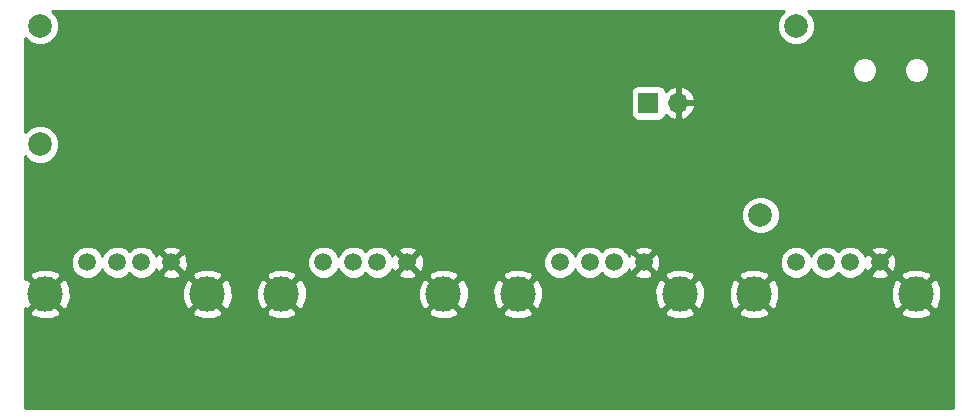
<source format=gbr>
G04 #@! TF.GenerationSoftware,KiCad,Pcbnew,(5.0.1-3-g963ef8bb5)*
G04 #@! TF.CreationDate,2018-11-25T15:23:06-05:00*
G04 #@! TF.ProjectId,usb-hub,7573622D6875622E6B696361645F7063,rev?*
G04 #@! TF.SameCoordinates,Original*
G04 #@! TF.FileFunction,Copper,L2,Bot,Signal*
G04 #@! TF.FilePolarity,Positive*
%FSLAX46Y46*%
G04 Gerber Fmt 4.6, Leading zero omitted, Abs format (unit mm)*
G04 Created by KiCad (PCBNEW (5.0.1-3-g963ef8bb5)) date Sunday, November 25, 2018 at 03:23:06 PM*
%MOMM*%
%LPD*%
G01*
G04 APERTURE LIST*
G04 #@! TA.AperFunction,ComponentPad*
%ADD10C,2.000000*%
G04 #@! TD*
G04 #@! TA.AperFunction,ComponentPad*
%ADD11O,1.700000X1.700000*%
G04 #@! TD*
G04 #@! TA.AperFunction,ComponentPad*
%ADD12R,1.700000X1.700000*%
G04 #@! TD*
G04 #@! TA.AperFunction,ComponentPad*
%ADD13C,3.000000*%
G04 #@! TD*
G04 #@! TA.AperFunction,ComponentPad*
%ADD14C,1.500000*%
G04 #@! TD*
G04 #@! TA.AperFunction,ViaPad*
%ADD15C,0.800000*%
G04 #@! TD*
G04 #@! TA.AperFunction,Conductor*
%ADD16C,0.254000*%
G04 #@! TD*
G04 APERTURE END LIST*
D10*
G04 #@! TO.P,REF\002A\002A,1*
G04 #@! TO.N,N/C*
X86000000Y-17000000D03*
G04 #@! TD*
G04 #@! TO.P,REF\002A\002A,1*
G04 #@! TO.N,N/C*
X83000000Y-33000000D03*
G04 #@! TD*
G04 #@! TO.P,REF\002A\002A,1*
G04 #@! TO.N,N/C*
X22000000Y-27000000D03*
G04 #@! TD*
D11*
G04 #@! TO.P,J2,2*
G04 #@! TO.N,GND*
X76040000Y-23500000D03*
D12*
G04 #@! TO.P,J2,1*
G04 #@! TO.N,+5V*
X73500000Y-23500000D03*
G04 #@! TD*
D13*
G04 #@! TO.P,J3,5*
G04 #@! TO.N,GND*
X82440000Y-39670000D03*
X96160000Y-39670000D03*
D14*
G04 #@! TO.P,J3,1*
G04 #@! TO.N,+5V*
X86000000Y-37000000D03*
G04 #@! TO.P,J3,2*
G04 #@! TO.N,D1_N*
X88540000Y-37000000D03*
G04 #@! TO.P,J3,3*
G04 #@! TO.N,D1_P*
X90570000Y-37000000D03*
G04 #@! TO.P,J3,4*
G04 #@! TO.N,GND*
X93110000Y-37000000D03*
G04 #@! TD*
G04 #@! TO.P,J4,4*
G04 #@! TO.N,GND*
X73110000Y-37000000D03*
G04 #@! TO.P,J4,3*
G04 #@! TO.N,D2_P*
X70570000Y-37000000D03*
G04 #@! TO.P,J4,2*
G04 #@! TO.N,D2_N*
X68540000Y-37000000D03*
G04 #@! TO.P,J4,1*
G04 #@! TO.N,+5V*
X66000000Y-37000000D03*
D13*
G04 #@! TO.P,J4,5*
G04 #@! TO.N,GND*
X76160000Y-39670000D03*
X62440000Y-39670000D03*
G04 #@! TD*
D14*
G04 #@! TO.P,J5,4*
G04 #@! TO.N,GND*
X53110000Y-37000000D03*
G04 #@! TO.P,J5,3*
G04 #@! TO.N,D3_P*
X50570000Y-37000000D03*
G04 #@! TO.P,J5,2*
G04 #@! TO.N,D3_N*
X48540000Y-37000000D03*
G04 #@! TO.P,J5,1*
G04 #@! TO.N,+5V*
X46000000Y-37000000D03*
D13*
G04 #@! TO.P,J5,5*
G04 #@! TO.N,GND*
X56160000Y-39670000D03*
X42440000Y-39670000D03*
G04 #@! TD*
G04 #@! TO.P,J6,5*
G04 #@! TO.N,GND*
X22440000Y-39670000D03*
X36160000Y-39670000D03*
D14*
G04 #@! TO.P,J6,1*
G04 #@! TO.N,+5V*
X26000000Y-37000000D03*
G04 #@! TO.P,J6,2*
G04 #@! TO.N,D4_N*
X28540000Y-37000000D03*
G04 #@! TO.P,J6,3*
G04 #@! TO.N,D4_P*
X30570000Y-37000000D03*
G04 #@! TO.P,J6,4*
G04 #@! TO.N,GND*
X33110000Y-37000000D03*
G04 #@! TD*
D10*
G04 #@! TO.P,REF\002A\002A,1*
G04 #@! TO.N,N/C*
X22000000Y-17000000D03*
G04 #@! TD*
D15*
G04 #@! TO.N,GND*
X39500000Y-33000000D03*
X79500000Y-32000000D03*
X98000000Y-30000000D03*
X87000000Y-21500000D03*
X64000000Y-17000000D03*
G04 #@! TD*
D16*
G04 #@! TO.N,GND*
G36*
X84613914Y-16073847D02*
X84365000Y-16674778D01*
X84365000Y-17325222D01*
X84613914Y-17926153D01*
X85073847Y-18386086D01*
X85674778Y-18635000D01*
X86325222Y-18635000D01*
X86926153Y-18386086D01*
X87386086Y-17926153D01*
X87635000Y-17325222D01*
X87635000Y-16674778D01*
X87386086Y-16073847D01*
X87022239Y-15710000D01*
X99290000Y-15710000D01*
X99290001Y-49290000D01*
X20710000Y-49290000D01*
X20710000Y-41183970D01*
X21105635Y-41183970D01*
X21265418Y-41502739D01*
X22056187Y-41812723D01*
X22905387Y-41796497D01*
X23614582Y-41502739D01*
X23774365Y-41183970D01*
X34825635Y-41183970D01*
X34985418Y-41502739D01*
X35776187Y-41812723D01*
X36625387Y-41796497D01*
X37334582Y-41502739D01*
X37494365Y-41183970D01*
X41105635Y-41183970D01*
X41265418Y-41502739D01*
X42056187Y-41812723D01*
X42905387Y-41796497D01*
X43614582Y-41502739D01*
X43774365Y-41183970D01*
X54825635Y-41183970D01*
X54985418Y-41502739D01*
X55776187Y-41812723D01*
X56625387Y-41796497D01*
X57334582Y-41502739D01*
X57494365Y-41183970D01*
X61105635Y-41183970D01*
X61265418Y-41502739D01*
X62056187Y-41812723D01*
X62905387Y-41796497D01*
X63614582Y-41502739D01*
X63774365Y-41183970D01*
X74825635Y-41183970D01*
X74985418Y-41502739D01*
X75776187Y-41812723D01*
X76625387Y-41796497D01*
X77334582Y-41502739D01*
X77494365Y-41183970D01*
X81105635Y-41183970D01*
X81265418Y-41502739D01*
X82056187Y-41812723D01*
X82905387Y-41796497D01*
X83614582Y-41502739D01*
X83774365Y-41183970D01*
X94825635Y-41183970D01*
X94985418Y-41502739D01*
X95776187Y-41812723D01*
X96625387Y-41796497D01*
X97334582Y-41502739D01*
X97494365Y-41183970D01*
X96160000Y-39849605D01*
X94825635Y-41183970D01*
X83774365Y-41183970D01*
X82440000Y-39849605D01*
X81105635Y-41183970D01*
X77494365Y-41183970D01*
X76160000Y-39849605D01*
X74825635Y-41183970D01*
X63774365Y-41183970D01*
X62440000Y-39849605D01*
X61105635Y-41183970D01*
X57494365Y-41183970D01*
X56160000Y-39849605D01*
X54825635Y-41183970D01*
X43774365Y-41183970D01*
X42440000Y-39849605D01*
X41105635Y-41183970D01*
X37494365Y-41183970D01*
X36160000Y-39849605D01*
X34825635Y-41183970D01*
X23774365Y-41183970D01*
X22440000Y-39849605D01*
X21105635Y-41183970D01*
X20710000Y-41183970D01*
X20710000Y-40896080D01*
X20926030Y-41004365D01*
X22260395Y-39670000D01*
X22619605Y-39670000D01*
X23953970Y-41004365D01*
X24272739Y-40844582D01*
X24582723Y-40053813D01*
X24568056Y-39286187D01*
X34017277Y-39286187D01*
X34033503Y-40135387D01*
X34327261Y-40844582D01*
X34646030Y-41004365D01*
X35980395Y-39670000D01*
X36339605Y-39670000D01*
X37673970Y-41004365D01*
X37992739Y-40844582D01*
X38302723Y-40053813D01*
X38288056Y-39286187D01*
X40297277Y-39286187D01*
X40313503Y-40135387D01*
X40607261Y-40844582D01*
X40926030Y-41004365D01*
X42260395Y-39670000D01*
X42619605Y-39670000D01*
X43953970Y-41004365D01*
X44272739Y-40844582D01*
X44582723Y-40053813D01*
X44568056Y-39286187D01*
X54017277Y-39286187D01*
X54033503Y-40135387D01*
X54327261Y-40844582D01*
X54646030Y-41004365D01*
X55980395Y-39670000D01*
X56339605Y-39670000D01*
X57673970Y-41004365D01*
X57992739Y-40844582D01*
X58302723Y-40053813D01*
X58288056Y-39286187D01*
X60297277Y-39286187D01*
X60313503Y-40135387D01*
X60607261Y-40844582D01*
X60926030Y-41004365D01*
X62260395Y-39670000D01*
X62619605Y-39670000D01*
X63953970Y-41004365D01*
X64272739Y-40844582D01*
X64582723Y-40053813D01*
X64568056Y-39286187D01*
X74017277Y-39286187D01*
X74033503Y-40135387D01*
X74327261Y-40844582D01*
X74646030Y-41004365D01*
X75980395Y-39670000D01*
X76339605Y-39670000D01*
X77673970Y-41004365D01*
X77992739Y-40844582D01*
X78302723Y-40053813D01*
X78288056Y-39286187D01*
X80297277Y-39286187D01*
X80313503Y-40135387D01*
X80607261Y-40844582D01*
X80926030Y-41004365D01*
X82260395Y-39670000D01*
X82619605Y-39670000D01*
X83953970Y-41004365D01*
X84272739Y-40844582D01*
X84582723Y-40053813D01*
X84568056Y-39286187D01*
X94017277Y-39286187D01*
X94033503Y-40135387D01*
X94327261Y-40844582D01*
X94646030Y-41004365D01*
X95980395Y-39670000D01*
X96339605Y-39670000D01*
X97673970Y-41004365D01*
X97992739Y-40844582D01*
X98302723Y-40053813D01*
X98286497Y-39204613D01*
X97992739Y-38495418D01*
X97673970Y-38335635D01*
X96339605Y-39670000D01*
X95980395Y-39670000D01*
X94646030Y-38335635D01*
X94327261Y-38495418D01*
X94017277Y-39286187D01*
X84568056Y-39286187D01*
X84566497Y-39204613D01*
X84272739Y-38495418D01*
X83953970Y-38335635D01*
X82619605Y-39670000D01*
X82260395Y-39670000D01*
X80926030Y-38335635D01*
X80607261Y-38495418D01*
X80297277Y-39286187D01*
X78288056Y-39286187D01*
X78286497Y-39204613D01*
X77992739Y-38495418D01*
X77673970Y-38335635D01*
X76339605Y-39670000D01*
X75980395Y-39670000D01*
X74646030Y-38335635D01*
X74327261Y-38495418D01*
X74017277Y-39286187D01*
X64568056Y-39286187D01*
X64566497Y-39204613D01*
X64272739Y-38495418D01*
X63953970Y-38335635D01*
X62619605Y-39670000D01*
X62260395Y-39670000D01*
X60926030Y-38335635D01*
X60607261Y-38495418D01*
X60297277Y-39286187D01*
X58288056Y-39286187D01*
X58286497Y-39204613D01*
X57992739Y-38495418D01*
X57673970Y-38335635D01*
X56339605Y-39670000D01*
X55980395Y-39670000D01*
X54646030Y-38335635D01*
X54327261Y-38495418D01*
X54017277Y-39286187D01*
X44568056Y-39286187D01*
X44566497Y-39204613D01*
X44272739Y-38495418D01*
X43953970Y-38335635D01*
X42619605Y-39670000D01*
X42260395Y-39670000D01*
X40926030Y-38335635D01*
X40607261Y-38495418D01*
X40297277Y-39286187D01*
X38288056Y-39286187D01*
X38286497Y-39204613D01*
X37992739Y-38495418D01*
X37673970Y-38335635D01*
X36339605Y-39670000D01*
X35980395Y-39670000D01*
X34646030Y-38335635D01*
X34327261Y-38495418D01*
X34017277Y-39286187D01*
X24568056Y-39286187D01*
X24566497Y-39204613D01*
X24272739Y-38495418D01*
X23953970Y-38335635D01*
X22619605Y-39670000D01*
X22260395Y-39670000D01*
X20926030Y-38335635D01*
X20710000Y-38443920D01*
X20710000Y-38156030D01*
X21105635Y-38156030D01*
X22440000Y-39490395D01*
X23774365Y-38156030D01*
X23614582Y-37837261D01*
X22823813Y-37527277D01*
X21974613Y-37543503D01*
X21265418Y-37837261D01*
X21105635Y-38156030D01*
X20710000Y-38156030D01*
X20710000Y-36724506D01*
X24615000Y-36724506D01*
X24615000Y-37275494D01*
X24825853Y-37784540D01*
X25215460Y-38174147D01*
X25724506Y-38385000D01*
X26275494Y-38385000D01*
X26784540Y-38174147D01*
X27174147Y-37784540D01*
X27270000Y-37553130D01*
X27365853Y-37784540D01*
X27755460Y-38174147D01*
X28264506Y-38385000D01*
X28815494Y-38385000D01*
X29324540Y-38174147D01*
X29555000Y-37943687D01*
X29785460Y-38174147D01*
X30294506Y-38385000D01*
X30845494Y-38385000D01*
X31354540Y-38174147D01*
X31557170Y-37971517D01*
X32318088Y-37971517D01*
X32386077Y-38212460D01*
X32905171Y-38397201D01*
X33455448Y-38369230D01*
X33833923Y-38212460D01*
X33849846Y-38156030D01*
X34825635Y-38156030D01*
X36160000Y-39490395D01*
X37494365Y-38156030D01*
X41105635Y-38156030D01*
X42440000Y-39490395D01*
X43774365Y-38156030D01*
X43614582Y-37837261D01*
X42823813Y-37527277D01*
X41974613Y-37543503D01*
X41265418Y-37837261D01*
X41105635Y-38156030D01*
X37494365Y-38156030D01*
X37334582Y-37837261D01*
X36543813Y-37527277D01*
X35694613Y-37543503D01*
X34985418Y-37837261D01*
X34825635Y-38156030D01*
X33849846Y-38156030D01*
X33901912Y-37971517D01*
X33110000Y-37179605D01*
X32318088Y-37971517D01*
X31557170Y-37971517D01*
X31744147Y-37784540D01*
X31833397Y-37569070D01*
X31897540Y-37723923D01*
X32138483Y-37791912D01*
X32930395Y-37000000D01*
X33289605Y-37000000D01*
X34081517Y-37791912D01*
X34322460Y-37723923D01*
X34507201Y-37204829D01*
X34482786Y-36724506D01*
X44615000Y-36724506D01*
X44615000Y-37275494D01*
X44825853Y-37784540D01*
X45215460Y-38174147D01*
X45724506Y-38385000D01*
X46275494Y-38385000D01*
X46784540Y-38174147D01*
X47174147Y-37784540D01*
X47270000Y-37553130D01*
X47365853Y-37784540D01*
X47755460Y-38174147D01*
X48264506Y-38385000D01*
X48815494Y-38385000D01*
X49324540Y-38174147D01*
X49555000Y-37943687D01*
X49785460Y-38174147D01*
X50294506Y-38385000D01*
X50845494Y-38385000D01*
X51354540Y-38174147D01*
X51557170Y-37971517D01*
X52318088Y-37971517D01*
X52386077Y-38212460D01*
X52905171Y-38397201D01*
X53455448Y-38369230D01*
X53833923Y-38212460D01*
X53849846Y-38156030D01*
X54825635Y-38156030D01*
X56160000Y-39490395D01*
X57494365Y-38156030D01*
X61105635Y-38156030D01*
X62440000Y-39490395D01*
X63774365Y-38156030D01*
X63614582Y-37837261D01*
X62823813Y-37527277D01*
X61974613Y-37543503D01*
X61265418Y-37837261D01*
X61105635Y-38156030D01*
X57494365Y-38156030D01*
X57334582Y-37837261D01*
X56543813Y-37527277D01*
X55694613Y-37543503D01*
X54985418Y-37837261D01*
X54825635Y-38156030D01*
X53849846Y-38156030D01*
X53901912Y-37971517D01*
X53110000Y-37179605D01*
X52318088Y-37971517D01*
X51557170Y-37971517D01*
X51744147Y-37784540D01*
X51833397Y-37569070D01*
X51897540Y-37723923D01*
X52138483Y-37791912D01*
X52930395Y-37000000D01*
X53289605Y-37000000D01*
X54081517Y-37791912D01*
X54322460Y-37723923D01*
X54507201Y-37204829D01*
X54482786Y-36724506D01*
X64615000Y-36724506D01*
X64615000Y-37275494D01*
X64825853Y-37784540D01*
X65215460Y-38174147D01*
X65724506Y-38385000D01*
X66275494Y-38385000D01*
X66784540Y-38174147D01*
X67174147Y-37784540D01*
X67270000Y-37553130D01*
X67365853Y-37784540D01*
X67755460Y-38174147D01*
X68264506Y-38385000D01*
X68815494Y-38385000D01*
X69324540Y-38174147D01*
X69555000Y-37943687D01*
X69785460Y-38174147D01*
X70294506Y-38385000D01*
X70845494Y-38385000D01*
X71354540Y-38174147D01*
X71557170Y-37971517D01*
X72318088Y-37971517D01*
X72386077Y-38212460D01*
X72905171Y-38397201D01*
X73455448Y-38369230D01*
X73833923Y-38212460D01*
X73849846Y-38156030D01*
X74825635Y-38156030D01*
X76160000Y-39490395D01*
X77494365Y-38156030D01*
X81105635Y-38156030D01*
X82440000Y-39490395D01*
X83774365Y-38156030D01*
X83614582Y-37837261D01*
X82823813Y-37527277D01*
X81974613Y-37543503D01*
X81265418Y-37837261D01*
X81105635Y-38156030D01*
X77494365Y-38156030D01*
X77334582Y-37837261D01*
X76543813Y-37527277D01*
X75694613Y-37543503D01*
X74985418Y-37837261D01*
X74825635Y-38156030D01*
X73849846Y-38156030D01*
X73901912Y-37971517D01*
X73110000Y-37179605D01*
X72318088Y-37971517D01*
X71557170Y-37971517D01*
X71744147Y-37784540D01*
X71833397Y-37569070D01*
X71897540Y-37723923D01*
X72138483Y-37791912D01*
X72930395Y-37000000D01*
X73289605Y-37000000D01*
X74081517Y-37791912D01*
X74322460Y-37723923D01*
X74507201Y-37204829D01*
X74482786Y-36724506D01*
X84615000Y-36724506D01*
X84615000Y-37275494D01*
X84825853Y-37784540D01*
X85215460Y-38174147D01*
X85724506Y-38385000D01*
X86275494Y-38385000D01*
X86784540Y-38174147D01*
X87174147Y-37784540D01*
X87270000Y-37553130D01*
X87365853Y-37784540D01*
X87755460Y-38174147D01*
X88264506Y-38385000D01*
X88815494Y-38385000D01*
X89324540Y-38174147D01*
X89555000Y-37943687D01*
X89785460Y-38174147D01*
X90294506Y-38385000D01*
X90845494Y-38385000D01*
X91354540Y-38174147D01*
X91557170Y-37971517D01*
X92318088Y-37971517D01*
X92386077Y-38212460D01*
X92905171Y-38397201D01*
X93455448Y-38369230D01*
X93833923Y-38212460D01*
X93849846Y-38156030D01*
X94825635Y-38156030D01*
X96160000Y-39490395D01*
X97494365Y-38156030D01*
X97334582Y-37837261D01*
X96543813Y-37527277D01*
X95694613Y-37543503D01*
X94985418Y-37837261D01*
X94825635Y-38156030D01*
X93849846Y-38156030D01*
X93901912Y-37971517D01*
X93110000Y-37179605D01*
X92318088Y-37971517D01*
X91557170Y-37971517D01*
X91744147Y-37784540D01*
X91833397Y-37569070D01*
X91897540Y-37723923D01*
X92138483Y-37791912D01*
X92930395Y-37000000D01*
X93289605Y-37000000D01*
X94081517Y-37791912D01*
X94322460Y-37723923D01*
X94507201Y-37204829D01*
X94479230Y-36654552D01*
X94322460Y-36276077D01*
X94081517Y-36208088D01*
X93289605Y-37000000D01*
X92930395Y-37000000D01*
X92138483Y-36208088D01*
X91897540Y-36276077D01*
X91838255Y-36442658D01*
X91744147Y-36215460D01*
X91557170Y-36028483D01*
X92318088Y-36028483D01*
X93110000Y-36820395D01*
X93901912Y-36028483D01*
X93833923Y-35787540D01*
X93314829Y-35602799D01*
X92764552Y-35630770D01*
X92386077Y-35787540D01*
X92318088Y-36028483D01*
X91557170Y-36028483D01*
X91354540Y-35825853D01*
X90845494Y-35615000D01*
X90294506Y-35615000D01*
X89785460Y-35825853D01*
X89555000Y-36056313D01*
X89324540Y-35825853D01*
X88815494Y-35615000D01*
X88264506Y-35615000D01*
X87755460Y-35825853D01*
X87365853Y-36215460D01*
X87270000Y-36446870D01*
X87174147Y-36215460D01*
X86784540Y-35825853D01*
X86275494Y-35615000D01*
X85724506Y-35615000D01*
X85215460Y-35825853D01*
X84825853Y-36215460D01*
X84615000Y-36724506D01*
X74482786Y-36724506D01*
X74479230Y-36654552D01*
X74322460Y-36276077D01*
X74081517Y-36208088D01*
X73289605Y-37000000D01*
X72930395Y-37000000D01*
X72138483Y-36208088D01*
X71897540Y-36276077D01*
X71838255Y-36442658D01*
X71744147Y-36215460D01*
X71557170Y-36028483D01*
X72318088Y-36028483D01*
X73110000Y-36820395D01*
X73901912Y-36028483D01*
X73833923Y-35787540D01*
X73314829Y-35602799D01*
X72764552Y-35630770D01*
X72386077Y-35787540D01*
X72318088Y-36028483D01*
X71557170Y-36028483D01*
X71354540Y-35825853D01*
X70845494Y-35615000D01*
X70294506Y-35615000D01*
X69785460Y-35825853D01*
X69555000Y-36056313D01*
X69324540Y-35825853D01*
X68815494Y-35615000D01*
X68264506Y-35615000D01*
X67755460Y-35825853D01*
X67365853Y-36215460D01*
X67270000Y-36446870D01*
X67174147Y-36215460D01*
X66784540Y-35825853D01*
X66275494Y-35615000D01*
X65724506Y-35615000D01*
X65215460Y-35825853D01*
X64825853Y-36215460D01*
X64615000Y-36724506D01*
X54482786Y-36724506D01*
X54479230Y-36654552D01*
X54322460Y-36276077D01*
X54081517Y-36208088D01*
X53289605Y-37000000D01*
X52930395Y-37000000D01*
X52138483Y-36208088D01*
X51897540Y-36276077D01*
X51838255Y-36442658D01*
X51744147Y-36215460D01*
X51557170Y-36028483D01*
X52318088Y-36028483D01*
X53110000Y-36820395D01*
X53901912Y-36028483D01*
X53833923Y-35787540D01*
X53314829Y-35602799D01*
X52764552Y-35630770D01*
X52386077Y-35787540D01*
X52318088Y-36028483D01*
X51557170Y-36028483D01*
X51354540Y-35825853D01*
X50845494Y-35615000D01*
X50294506Y-35615000D01*
X49785460Y-35825853D01*
X49555000Y-36056313D01*
X49324540Y-35825853D01*
X48815494Y-35615000D01*
X48264506Y-35615000D01*
X47755460Y-35825853D01*
X47365853Y-36215460D01*
X47270000Y-36446870D01*
X47174147Y-36215460D01*
X46784540Y-35825853D01*
X46275494Y-35615000D01*
X45724506Y-35615000D01*
X45215460Y-35825853D01*
X44825853Y-36215460D01*
X44615000Y-36724506D01*
X34482786Y-36724506D01*
X34479230Y-36654552D01*
X34322460Y-36276077D01*
X34081517Y-36208088D01*
X33289605Y-37000000D01*
X32930395Y-37000000D01*
X32138483Y-36208088D01*
X31897540Y-36276077D01*
X31838255Y-36442658D01*
X31744147Y-36215460D01*
X31557170Y-36028483D01*
X32318088Y-36028483D01*
X33110000Y-36820395D01*
X33901912Y-36028483D01*
X33833923Y-35787540D01*
X33314829Y-35602799D01*
X32764552Y-35630770D01*
X32386077Y-35787540D01*
X32318088Y-36028483D01*
X31557170Y-36028483D01*
X31354540Y-35825853D01*
X30845494Y-35615000D01*
X30294506Y-35615000D01*
X29785460Y-35825853D01*
X29555000Y-36056313D01*
X29324540Y-35825853D01*
X28815494Y-35615000D01*
X28264506Y-35615000D01*
X27755460Y-35825853D01*
X27365853Y-36215460D01*
X27270000Y-36446870D01*
X27174147Y-36215460D01*
X26784540Y-35825853D01*
X26275494Y-35615000D01*
X25724506Y-35615000D01*
X25215460Y-35825853D01*
X24825853Y-36215460D01*
X24615000Y-36724506D01*
X20710000Y-36724506D01*
X20710000Y-32674778D01*
X81365000Y-32674778D01*
X81365000Y-33325222D01*
X81613914Y-33926153D01*
X82073847Y-34386086D01*
X82674778Y-34635000D01*
X83325222Y-34635000D01*
X83926153Y-34386086D01*
X84386086Y-33926153D01*
X84635000Y-33325222D01*
X84635000Y-32674778D01*
X84386086Y-32073847D01*
X83926153Y-31613914D01*
X83325222Y-31365000D01*
X82674778Y-31365000D01*
X82073847Y-31613914D01*
X81613914Y-32073847D01*
X81365000Y-32674778D01*
X20710000Y-32674778D01*
X20710000Y-28022239D01*
X21073847Y-28386086D01*
X21674778Y-28635000D01*
X22325222Y-28635000D01*
X22926153Y-28386086D01*
X23386086Y-27926153D01*
X23635000Y-27325222D01*
X23635000Y-26674778D01*
X23386086Y-26073847D01*
X22926153Y-25613914D01*
X22325222Y-25365000D01*
X21674778Y-25365000D01*
X21073847Y-25613914D01*
X20710000Y-25977761D01*
X20710000Y-22650000D01*
X72002560Y-22650000D01*
X72002560Y-24350000D01*
X72051843Y-24597765D01*
X72192191Y-24807809D01*
X72402235Y-24948157D01*
X72650000Y-24997440D01*
X74350000Y-24997440D01*
X74597765Y-24948157D01*
X74807809Y-24807809D01*
X74948157Y-24597765D01*
X74968739Y-24494292D01*
X75273076Y-24771645D01*
X75683110Y-24941476D01*
X75913000Y-24820155D01*
X75913000Y-23627000D01*
X76167000Y-23627000D01*
X76167000Y-24820155D01*
X76396890Y-24941476D01*
X76806924Y-24771645D01*
X77235183Y-24381358D01*
X77481486Y-23856892D01*
X77360819Y-23627000D01*
X76167000Y-23627000D01*
X75913000Y-23627000D01*
X75893000Y-23627000D01*
X75893000Y-23373000D01*
X75913000Y-23373000D01*
X75913000Y-22179845D01*
X76167000Y-22179845D01*
X76167000Y-23373000D01*
X77360819Y-23373000D01*
X77481486Y-23143108D01*
X77235183Y-22618642D01*
X76806924Y-22228355D01*
X76396890Y-22058524D01*
X76167000Y-22179845D01*
X75913000Y-22179845D01*
X75683110Y-22058524D01*
X75273076Y-22228355D01*
X74968739Y-22505708D01*
X74948157Y-22402235D01*
X74807809Y-22192191D01*
X74597765Y-22051843D01*
X74350000Y-22002560D01*
X72650000Y-22002560D01*
X72402235Y-22051843D01*
X72192191Y-22192191D01*
X72051843Y-22402235D01*
X72002560Y-22650000D01*
X20710000Y-22650000D01*
X20710000Y-20484180D01*
X90715000Y-20484180D01*
X90715000Y-20915820D01*
X90880182Y-21314603D01*
X91185397Y-21619818D01*
X91584180Y-21785000D01*
X92015820Y-21785000D01*
X92414603Y-21619818D01*
X92719818Y-21314603D01*
X92885000Y-20915820D01*
X92885000Y-20484180D01*
X95115000Y-20484180D01*
X95115000Y-20915820D01*
X95280182Y-21314603D01*
X95585397Y-21619818D01*
X95984180Y-21785000D01*
X96415820Y-21785000D01*
X96814603Y-21619818D01*
X97119818Y-21314603D01*
X97285000Y-20915820D01*
X97285000Y-20484180D01*
X97119818Y-20085397D01*
X96814603Y-19780182D01*
X96415820Y-19615000D01*
X95984180Y-19615000D01*
X95585397Y-19780182D01*
X95280182Y-20085397D01*
X95115000Y-20484180D01*
X92885000Y-20484180D01*
X92719818Y-20085397D01*
X92414603Y-19780182D01*
X92015820Y-19615000D01*
X91584180Y-19615000D01*
X91185397Y-19780182D01*
X90880182Y-20085397D01*
X90715000Y-20484180D01*
X20710000Y-20484180D01*
X20710000Y-18022239D01*
X21073847Y-18386086D01*
X21674778Y-18635000D01*
X22325222Y-18635000D01*
X22926153Y-18386086D01*
X23386086Y-17926153D01*
X23635000Y-17325222D01*
X23635000Y-16674778D01*
X23386086Y-16073847D01*
X23022239Y-15710000D01*
X84977761Y-15710000D01*
X84613914Y-16073847D01*
X84613914Y-16073847D01*
G37*
X84613914Y-16073847D02*
X84365000Y-16674778D01*
X84365000Y-17325222D01*
X84613914Y-17926153D01*
X85073847Y-18386086D01*
X85674778Y-18635000D01*
X86325222Y-18635000D01*
X86926153Y-18386086D01*
X87386086Y-17926153D01*
X87635000Y-17325222D01*
X87635000Y-16674778D01*
X87386086Y-16073847D01*
X87022239Y-15710000D01*
X99290000Y-15710000D01*
X99290001Y-49290000D01*
X20710000Y-49290000D01*
X20710000Y-41183970D01*
X21105635Y-41183970D01*
X21265418Y-41502739D01*
X22056187Y-41812723D01*
X22905387Y-41796497D01*
X23614582Y-41502739D01*
X23774365Y-41183970D01*
X34825635Y-41183970D01*
X34985418Y-41502739D01*
X35776187Y-41812723D01*
X36625387Y-41796497D01*
X37334582Y-41502739D01*
X37494365Y-41183970D01*
X41105635Y-41183970D01*
X41265418Y-41502739D01*
X42056187Y-41812723D01*
X42905387Y-41796497D01*
X43614582Y-41502739D01*
X43774365Y-41183970D01*
X54825635Y-41183970D01*
X54985418Y-41502739D01*
X55776187Y-41812723D01*
X56625387Y-41796497D01*
X57334582Y-41502739D01*
X57494365Y-41183970D01*
X61105635Y-41183970D01*
X61265418Y-41502739D01*
X62056187Y-41812723D01*
X62905387Y-41796497D01*
X63614582Y-41502739D01*
X63774365Y-41183970D01*
X74825635Y-41183970D01*
X74985418Y-41502739D01*
X75776187Y-41812723D01*
X76625387Y-41796497D01*
X77334582Y-41502739D01*
X77494365Y-41183970D01*
X81105635Y-41183970D01*
X81265418Y-41502739D01*
X82056187Y-41812723D01*
X82905387Y-41796497D01*
X83614582Y-41502739D01*
X83774365Y-41183970D01*
X94825635Y-41183970D01*
X94985418Y-41502739D01*
X95776187Y-41812723D01*
X96625387Y-41796497D01*
X97334582Y-41502739D01*
X97494365Y-41183970D01*
X96160000Y-39849605D01*
X94825635Y-41183970D01*
X83774365Y-41183970D01*
X82440000Y-39849605D01*
X81105635Y-41183970D01*
X77494365Y-41183970D01*
X76160000Y-39849605D01*
X74825635Y-41183970D01*
X63774365Y-41183970D01*
X62440000Y-39849605D01*
X61105635Y-41183970D01*
X57494365Y-41183970D01*
X56160000Y-39849605D01*
X54825635Y-41183970D01*
X43774365Y-41183970D01*
X42440000Y-39849605D01*
X41105635Y-41183970D01*
X37494365Y-41183970D01*
X36160000Y-39849605D01*
X34825635Y-41183970D01*
X23774365Y-41183970D01*
X22440000Y-39849605D01*
X21105635Y-41183970D01*
X20710000Y-41183970D01*
X20710000Y-40896080D01*
X20926030Y-41004365D01*
X22260395Y-39670000D01*
X22619605Y-39670000D01*
X23953970Y-41004365D01*
X24272739Y-40844582D01*
X24582723Y-40053813D01*
X24568056Y-39286187D01*
X34017277Y-39286187D01*
X34033503Y-40135387D01*
X34327261Y-40844582D01*
X34646030Y-41004365D01*
X35980395Y-39670000D01*
X36339605Y-39670000D01*
X37673970Y-41004365D01*
X37992739Y-40844582D01*
X38302723Y-40053813D01*
X38288056Y-39286187D01*
X40297277Y-39286187D01*
X40313503Y-40135387D01*
X40607261Y-40844582D01*
X40926030Y-41004365D01*
X42260395Y-39670000D01*
X42619605Y-39670000D01*
X43953970Y-41004365D01*
X44272739Y-40844582D01*
X44582723Y-40053813D01*
X44568056Y-39286187D01*
X54017277Y-39286187D01*
X54033503Y-40135387D01*
X54327261Y-40844582D01*
X54646030Y-41004365D01*
X55980395Y-39670000D01*
X56339605Y-39670000D01*
X57673970Y-41004365D01*
X57992739Y-40844582D01*
X58302723Y-40053813D01*
X58288056Y-39286187D01*
X60297277Y-39286187D01*
X60313503Y-40135387D01*
X60607261Y-40844582D01*
X60926030Y-41004365D01*
X62260395Y-39670000D01*
X62619605Y-39670000D01*
X63953970Y-41004365D01*
X64272739Y-40844582D01*
X64582723Y-40053813D01*
X64568056Y-39286187D01*
X74017277Y-39286187D01*
X74033503Y-40135387D01*
X74327261Y-40844582D01*
X74646030Y-41004365D01*
X75980395Y-39670000D01*
X76339605Y-39670000D01*
X77673970Y-41004365D01*
X77992739Y-40844582D01*
X78302723Y-40053813D01*
X78288056Y-39286187D01*
X80297277Y-39286187D01*
X80313503Y-40135387D01*
X80607261Y-40844582D01*
X80926030Y-41004365D01*
X82260395Y-39670000D01*
X82619605Y-39670000D01*
X83953970Y-41004365D01*
X84272739Y-40844582D01*
X84582723Y-40053813D01*
X84568056Y-39286187D01*
X94017277Y-39286187D01*
X94033503Y-40135387D01*
X94327261Y-40844582D01*
X94646030Y-41004365D01*
X95980395Y-39670000D01*
X96339605Y-39670000D01*
X97673970Y-41004365D01*
X97992739Y-40844582D01*
X98302723Y-40053813D01*
X98286497Y-39204613D01*
X97992739Y-38495418D01*
X97673970Y-38335635D01*
X96339605Y-39670000D01*
X95980395Y-39670000D01*
X94646030Y-38335635D01*
X94327261Y-38495418D01*
X94017277Y-39286187D01*
X84568056Y-39286187D01*
X84566497Y-39204613D01*
X84272739Y-38495418D01*
X83953970Y-38335635D01*
X82619605Y-39670000D01*
X82260395Y-39670000D01*
X80926030Y-38335635D01*
X80607261Y-38495418D01*
X80297277Y-39286187D01*
X78288056Y-39286187D01*
X78286497Y-39204613D01*
X77992739Y-38495418D01*
X77673970Y-38335635D01*
X76339605Y-39670000D01*
X75980395Y-39670000D01*
X74646030Y-38335635D01*
X74327261Y-38495418D01*
X74017277Y-39286187D01*
X64568056Y-39286187D01*
X64566497Y-39204613D01*
X64272739Y-38495418D01*
X63953970Y-38335635D01*
X62619605Y-39670000D01*
X62260395Y-39670000D01*
X60926030Y-38335635D01*
X60607261Y-38495418D01*
X60297277Y-39286187D01*
X58288056Y-39286187D01*
X58286497Y-39204613D01*
X57992739Y-38495418D01*
X57673970Y-38335635D01*
X56339605Y-39670000D01*
X55980395Y-39670000D01*
X54646030Y-38335635D01*
X54327261Y-38495418D01*
X54017277Y-39286187D01*
X44568056Y-39286187D01*
X44566497Y-39204613D01*
X44272739Y-38495418D01*
X43953970Y-38335635D01*
X42619605Y-39670000D01*
X42260395Y-39670000D01*
X40926030Y-38335635D01*
X40607261Y-38495418D01*
X40297277Y-39286187D01*
X38288056Y-39286187D01*
X38286497Y-39204613D01*
X37992739Y-38495418D01*
X37673970Y-38335635D01*
X36339605Y-39670000D01*
X35980395Y-39670000D01*
X34646030Y-38335635D01*
X34327261Y-38495418D01*
X34017277Y-39286187D01*
X24568056Y-39286187D01*
X24566497Y-39204613D01*
X24272739Y-38495418D01*
X23953970Y-38335635D01*
X22619605Y-39670000D01*
X22260395Y-39670000D01*
X20926030Y-38335635D01*
X20710000Y-38443920D01*
X20710000Y-38156030D01*
X21105635Y-38156030D01*
X22440000Y-39490395D01*
X23774365Y-38156030D01*
X23614582Y-37837261D01*
X22823813Y-37527277D01*
X21974613Y-37543503D01*
X21265418Y-37837261D01*
X21105635Y-38156030D01*
X20710000Y-38156030D01*
X20710000Y-36724506D01*
X24615000Y-36724506D01*
X24615000Y-37275494D01*
X24825853Y-37784540D01*
X25215460Y-38174147D01*
X25724506Y-38385000D01*
X26275494Y-38385000D01*
X26784540Y-38174147D01*
X27174147Y-37784540D01*
X27270000Y-37553130D01*
X27365853Y-37784540D01*
X27755460Y-38174147D01*
X28264506Y-38385000D01*
X28815494Y-38385000D01*
X29324540Y-38174147D01*
X29555000Y-37943687D01*
X29785460Y-38174147D01*
X30294506Y-38385000D01*
X30845494Y-38385000D01*
X31354540Y-38174147D01*
X31557170Y-37971517D01*
X32318088Y-37971517D01*
X32386077Y-38212460D01*
X32905171Y-38397201D01*
X33455448Y-38369230D01*
X33833923Y-38212460D01*
X33849846Y-38156030D01*
X34825635Y-38156030D01*
X36160000Y-39490395D01*
X37494365Y-38156030D01*
X41105635Y-38156030D01*
X42440000Y-39490395D01*
X43774365Y-38156030D01*
X43614582Y-37837261D01*
X42823813Y-37527277D01*
X41974613Y-37543503D01*
X41265418Y-37837261D01*
X41105635Y-38156030D01*
X37494365Y-38156030D01*
X37334582Y-37837261D01*
X36543813Y-37527277D01*
X35694613Y-37543503D01*
X34985418Y-37837261D01*
X34825635Y-38156030D01*
X33849846Y-38156030D01*
X33901912Y-37971517D01*
X33110000Y-37179605D01*
X32318088Y-37971517D01*
X31557170Y-37971517D01*
X31744147Y-37784540D01*
X31833397Y-37569070D01*
X31897540Y-37723923D01*
X32138483Y-37791912D01*
X32930395Y-37000000D01*
X33289605Y-37000000D01*
X34081517Y-37791912D01*
X34322460Y-37723923D01*
X34507201Y-37204829D01*
X34482786Y-36724506D01*
X44615000Y-36724506D01*
X44615000Y-37275494D01*
X44825853Y-37784540D01*
X45215460Y-38174147D01*
X45724506Y-38385000D01*
X46275494Y-38385000D01*
X46784540Y-38174147D01*
X47174147Y-37784540D01*
X47270000Y-37553130D01*
X47365853Y-37784540D01*
X47755460Y-38174147D01*
X48264506Y-38385000D01*
X48815494Y-38385000D01*
X49324540Y-38174147D01*
X49555000Y-37943687D01*
X49785460Y-38174147D01*
X50294506Y-38385000D01*
X50845494Y-38385000D01*
X51354540Y-38174147D01*
X51557170Y-37971517D01*
X52318088Y-37971517D01*
X52386077Y-38212460D01*
X52905171Y-38397201D01*
X53455448Y-38369230D01*
X53833923Y-38212460D01*
X53849846Y-38156030D01*
X54825635Y-38156030D01*
X56160000Y-39490395D01*
X57494365Y-38156030D01*
X61105635Y-38156030D01*
X62440000Y-39490395D01*
X63774365Y-38156030D01*
X63614582Y-37837261D01*
X62823813Y-37527277D01*
X61974613Y-37543503D01*
X61265418Y-37837261D01*
X61105635Y-38156030D01*
X57494365Y-38156030D01*
X57334582Y-37837261D01*
X56543813Y-37527277D01*
X55694613Y-37543503D01*
X54985418Y-37837261D01*
X54825635Y-38156030D01*
X53849846Y-38156030D01*
X53901912Y-37971517D01*
X53110000Y-37179605D01*
X52318088Y-37971517D01*
X51557170Y-37971517D01*
X51744147Y-37784540D01*
X51833397Y-37569070D01*
X51897540Y-37723923D01*
X52138483Y-37791912D01*
X52930395Y-37000000D01*
X53289605Y-37000000D01*
X54081517Y-37791912D01*
X54322460Y-37723923D01*
X54507201Y-37204829D01*
X54482786Y-36724506D01*
X64615000Y-36724506D01*
X64615000Y-37275494D01*
X64825853Y-37784540D01*
X65215460Y-38174147D01*
X65724506Y-38385000D01*
X66275494Y-38385000D01*
X66784540Y-38174147D01*
X67174147Y-37784540D01*
X67270000Y-37553130D01*
X67365853Y-37784540D01*
X67755460Y-38174147D01*
X68264506Y-38385000D01*
X68815494Y-38385000D01*
X69324540Y-38174147D01*
X69555000Y-37943687D01*
X69785460Y-38174147D01*
X70294506Y-38385000D01*
X70845494Y-38385000D01*
X71354540Y-38174147D01*
X71557170Y-37971517D01*
X72318088Y-37971517D01*
X72386077Y-38212460D01*
X72905171Y-38397201D01*
X73455448Y-38369230D01*
X73833923Y-38212460D01*
X73849846Y-38156030D01*
X74825635Y-38156030D01*
X76160000Y-39490395D01*
X77494365Y-38156030D01*
X81105635Y-38156030D01*
X82440000Y-39490395D01*
X83774365Y-38156030D01*
X83614582Y-37837261D01*
X82823813Y-37527277D01*
X81974613Y-37543503D01*
X81265418Y-37837261D01*
X81105635Y-38156030D01*
X77494365Y-38156030D01*
X77334582Y-37837261D01*
X76543813Y-37527277D01*
X75694613Y-37543503D01*
X74985418Y-37837261D01*
X74825635Y-38156030D01*
X73849846Y-38156030D01*
X73901912Y-37971517D01*
X73110000Y-37179605D01*
X72318088Y-37971517D01*
X71557170Y-37971517D01*
X71744147Y-37784540D01*
X71833397Y-37569070D01*
X71897540Y-37723923D01*
X72138483Y-37791912D01*
X72930395Y-37000000D01*
X73289605Y-37000000D01*
X74081517Y-37791912D01*
X74322460Y-37723923D01*
X74507201Y-37204829D01*
X74482786Y-36724506D01*
X84615000Y-36724506D01*
X84615000Y-37275494D01*
X84825853Y-37784540D01*
X85215460Y-38174147D01*
X85724506Y-38385000D01*
X86275494Y-38385000D01*
X86784540Y-38174147D01*
X87174147Y-37784540D01*
X87270000Y-37553130D01*
X87365853Y-37784540D01*
X87755460Y-38174147D01*
X88264506Y-38385000D01*
X88815494Y-38385000D01*
X89324540Y-38174147D01*
X89555000Y-37943687D01*
X89785460Y-38174147D01*
X90294506Y-38385000D01*
X90845494Y-38385000D01*
X91354540Y-38174147D01*
X91557170Y-37971517D01*
X92318088Y-37971517D01*
X92386077Y-38212460D01*
X92905171Y-38397201D01*
X93455448Y-38369230D01*
X93833923Y-38212460D01*
X93849846Y-38156030D01*
X94825635Y-38156030D01*
X96160000Y-39490395D01*
X97494365Y-38156030D01*
X97334582Y-37837261D01*
X96543813Y-37527277D01*
X95694613Y-37543503D01*
X94985418Y-37837261D01*
X94825635Y-38156030D01*
X93849846Y-38156030D01*
X93901912Y-37971517D01*
X93110000Y-37179605D01*
X92318088Y-37971517D01*
X91557170Y-37971517D01*
X91744147Y-37784540D01*
X91833397Y-37569070D01*
X91897540Y-37723923D01*
X92138483Y-37791912D01*
X92930395Y-37000000D01*
X93289605Y-37000000D01*
X94081517Y-37791912D01*
X94322460Y-37723923D01*
X94507201Y-37204829D01*
X94479230Y-36654552D01*
X94322460Y-36276077D01*
X94081517Y-36208088D01*
X93289605Y-37000000D01*
X92930395Y-37000000D01*
X92138483Y-36208088D01*
X91897540Y-36276077D01*
X91838255Y-36442658D01*
X91744147Y-36215460D01*
X91557170Y-36028483D01*
X92318088Y-36028483D01*
X93110000Y-36820395D01*
X93901912Y-36028483D01*
X93833923Y-35787540D01*
X93314829Y-35602799D01*
X92764552Y-35630770D01*
X92386077Y-35787540D01*
X92318088Y-36028483D01*
X91557170Y-36028483D01*
X91354540Y-35825853D01*
X90845494Y-35615000D01*
X90294506Y-35615000D01*
X89785460Y-35825853D01*
X89555000Y-36056313D01*
X89324540Y-35825853D01*
X88815494Y-35615000D01*
X88264506Y-35615000D01*
X87755460Y-35825853D01*
X87365853Y-36215460D01*
X87270000Y-36446870D01*
X87174147Y-36215460D01*
X86784540Y-35825853D01*
X86275494Y-35615000D01*
X85724506Y-35615000D01*
X85215460Y-35825853D01*
X84825853Y-36215460D01*
X84615000Y-36724506D01*
X74482786Y-36724506D01*
X74479230Y-36654552D01*
X74322460Y-36276077D01*
X74081517Y-36208088D01*
X73289605Y-37000000D01*
X72930395Y-37000000D01*
X72138483Y-36208088D01*
X71897540Y-36276077D01*
X71838255Y-36442658D01*
X71744147Y-36215460D01*
X71557170Y-36028483D01*
X72318088Y-36028483D01*
X73110000Y-36820395D01*
X73901912Y-36028483D01*
X73833923Y-35787540D01*
X73314829Y-35602799D01*
X72764552Y-35630770D01*
X72386077Y-35787540D01*
X72318088Y-36028483D01*
X71557170Y-36028483D01*
X71354540Y-35825853D01*
X70845494Y-35615000D01*
X70294506Y-35615000D01*
X69785460Y-35825853D01*
X69555000Y-36056313D01*
X69324540Y-35825853D01*
X68815494Y-35615000D01*
X68264506Y-35615000D01*
X67755460Y-35825853D01*
X67365853Y-36215460D01*
X67270000Y-36446870D01*
X67174147Y-36215460D01*
X66784540Y-35825853D01*
X66275494Y-35615000D01*
X65724506Y-35615000D01*
X65215460Y-35825853D01*
X64825853Y-36215460D01*
X64615000Y-36724506D01*
X54482786Y-36724506D01*
X54479230Y-36654552D01*
X54322460Y-36276077D01*
X54081517Y-36208088D01*
X53289605Y-37000000D01*
X52930395Y-37000000D01*
X52138483Y-36208088D01*
X51897540Y-36276077D01*
X51838255Y-36442658D01*
X51744147Y-36215460D01*
X51557170Y-36028483D01*
X52318088Y-36028483D01*
X53110000Y-36820395D01*
X53901912Y-36028483D01*
X53833923Y-35787540D01*
X53314829Y-35602799D01*
X52764552Y-35630770D01*
X52386077Y-35787540D01*
X52318088Y-36028483D01*
X51557170Y-36028483D01*
X51354540Y-35825853D01*
X50845494Y-35615000D01*
X50294506Y-35615000D01*
X49785460Y-35825853D01*
X49555000Y-36056313D01*
X49324540Y-35825853D01*
X48815494Y-35615000D01*
X48264506Y-35615000D01*
X47755460Y-35825853D01*
X47365853Y-36215460D01*
X47270000Y-36446870D01*
X47174147Y-36215460D01*
X46784540Y-35825853D01*
X46275494Y-35615000D01*
X45724506Y-35615000D01*
X45215460Y-35825853D01*
X44825853Y-36215460D01*
X44615000Y-36724506D01*
X34482786Y-36724506D01*
X34479230Y-36654552D01*
X34322460Y-36276077D01*
X34081517Y-36208088D01*
X33289605Y-37000000D01*
X32930395Y-37000000D01*
X32138483Y-36208088D01*
X31897540Y-36276077D01*
X31838255Y-36442658D01*
X31744147Y-36215460D01*
X31557170Y-36028483D01*
X32318088Y-36028483D01*
X33110000Y-36820395D01*
X33901912Y-36028483D01*
X33833923Y-35787540D01*
X33314829Y-35602799D01*
X32764552Y-35630770D01*
X32386077Y-35787540D01*
X32318088Y-36028483D01*
X31557170Y-36028483D01*
X31354540Y-35825853D01*
X30845494Y-35615000D01*
X30294506Y-35615000D01*
X29785460Y-35825853D01*
X29555000Y-36056313D01*
X29324540Y-35825853D01*
X28815494Y-35615000D01*
X28264506Y-35615000D01*
X27755460Y-35825853D01*
X27365853Y-36215460D01*
X27270000Y-36446870D01*
X27174147Y-36215460D01*
X26784540Y-35825853D01*
X26275494Y-35615000D01*
X25724506Y-35615000D01*
X25215460Y-35825853D01*
X24825853Y-36215460D01*
X24615000Y-36724506D01*
X20710000Y-36724506D01*
X20710000Y-32674778D01*
X81365000Y-32674778D01*
X81365000Y-33325222D01*
X81613914Y-33926153D01*
X82073847Y-34386086D01*
X82674778Y-34635000D01*
X83325222Y-34635000D01*
X83926153Y-34386086D01*
X84386086Y-33926153D01*
X84635000Y-33325222D01*
X84635000Y-32674778D01*
X84386086Y-32073847D01*
X83926153Y-31613914D01*
X83325222Y-31365000D01*
X82674778Y-31365000D01*
X82073847Y-31613914D01*
X81613914Y-32073847D01*
X81365000Y-32674778D01*
X20710000Y-32674778D01*
X20710000Y-28022239D01*
X21073847Y-28386086D01*
X21674778Y-28635000D01*
X22325222Y-28635000D01*
X22926153Y-28386086D01*
X23386086Y-27926153D01*
X23635000Y-27325222D01*
X23635000Y-26674778D01*
X23386086Y-26073847D01*
X22926153Y-25613914D01*
X22325222Y-25365000D01*
X21674778Y-25365000D01*
X21073847Y-25613914D01*
X20710000Y-25977761D01*
X20710000Y-22650000D01*
X72002560Y-22650000D01*
X72002560Y-24350000D01*
X72051843Y-24597765D01*
X72192191Y-24807809D01*
X72402235Y-24948157D01*
X72650000Y-24997440D01*
X74350000Y-24997440D01*
X74597765Y-24948157D01*
X74807809Y-24807809D01*
X74948157Y-24597765D01*
X74968739Y-24494292D01*
X75273076Y-24771645D01*
X75683110Y-24941476D01*
X75913000Y-24820155D01*
X75913000Y-23627000D01*
X76167000Y-23627000D01*
X76167000Y-24820155D01*
X76396890Y-24941476D01*
X76806924Y-24771645D01*
X77235183Y-24381358D01*
X77481486Y-23856892D01*
X77360819Y-23627000D01*
X76167000Y-23627000D01*
X75913000Y-23627000D01*
X75893000Y-23627000D01*
X75893000Y-23373000D01*
X75913000Y-23373000D01*
X75913000Y-22179845D01*
X76167000Y-22179845D01*
X76167000Y-23373000D01*
X77360819Y-23373000D01*
X77481486Y-23143108D01*
X77235183Y-22618642D01*
X76806924Y-22228355D01*
X76396890Y-22058524D01*
X76167000Y-22179845D01*
X75913000Y-22179845D01*
X75683110Y-22058524D01*
X75273076Y-22228355D01*
X74968739Y-22505708D01*
X74948157Y-22402235D01*
X74807809Y-22192191D01*
X74597765Y-22051843D01*
X74350000Y-22002560D01*
X72650000Y-22002560D01*
X72402235Y-22051843D01*
X72192191Y-22192191D01*
X72051843Y-22402235D01*
X72002560Y-22650000D01*
X20710000Y-22650000D01*
X20710000Y-20484180D01*
X90715000Y-20484180D01*
X90715000Y-20915820D01*
X90880182Y-21314603D01*
X91185397Y-21619818D01*
X91584180Y-21785000D01*
X92015820Y-21785000D01*
X92414603Y-21619818D01*
X92719818Y-21314603D01*
X92885000Y-20915820D01*
X92885000Y-20484180D01*
X95115000Y-20484180D01*
X95115000Y-20915820D01*
X95280182Y-21314603D01*
X95585397Y-21619818D01*
X95984180Y-21785000D01*
X96415820Y-21785000D01*
X96814603Y-21619818D01*
X97119818Y-21314603D01*
X97285000Y-20915820D01*
X97285000Y-20484180D01*
X97119818Y-20085397D01*
X96814603Y-19780182D01*
X96415820Y-19615000D01*
X95984180Y-19615000D01*
X95585397Y-19780182D01*
X95280182Y-20085397D01*
X95115000Y-20484180D01*
X92885000Y-20484180D01*
X92719818Y-20085397D01*
X92414603Y-19780182D01*
X92015820Y-19615000D01*
X91584180Y-19615000D01*
X91185397Y-19780182D01*
X90880182Y-20085397D01*
X90715000Y-20484180D01*
X20710000Y-20484180D01*
X20710000Y-18022239D01*
X21073847Y-18386086D01*
X21674778Y-18635000D01*
X22325222Y-18635000D01*
X22926153Y-18386086D01*
X23386086Y-17926153D01*
X23635000Y-17325222D01*
X23635000Y-16674778D01*
X23386086Y-16073847D01*
X23022239Y-15710000D01*
X84977761Y-15710000D01*
X84613914Y-16073847D01*
G04 #@! TD*
M02*

</source>
